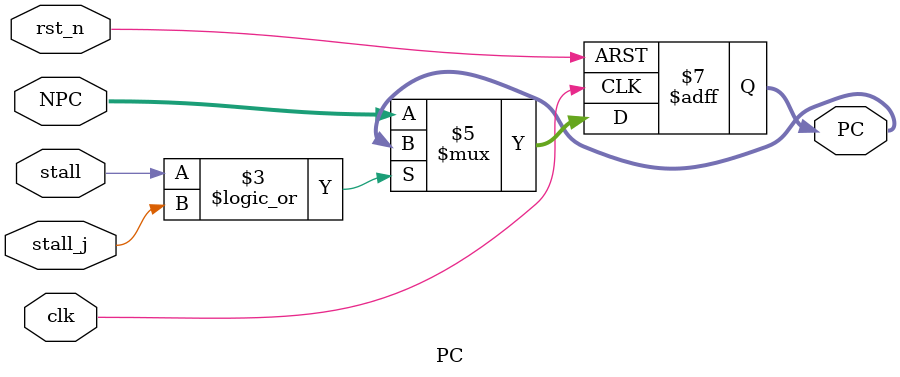
<source format=v>



module PC(
    input [31:0] NPC,
    input clk,
    input rst_n,
    input stall,
    input stall_j,
    output reg [31:0] PC
    );
    
    always@ (posedge clk or negedge rst_n) begin
        if (!rst_n) PC <= 32'hffff_fffc;
        else if (stall || stall_j ) PC <= PC;   // hold if jumping or l-u hazard dectected
        else PC <= NPC;
    end
endmodule

</source>
